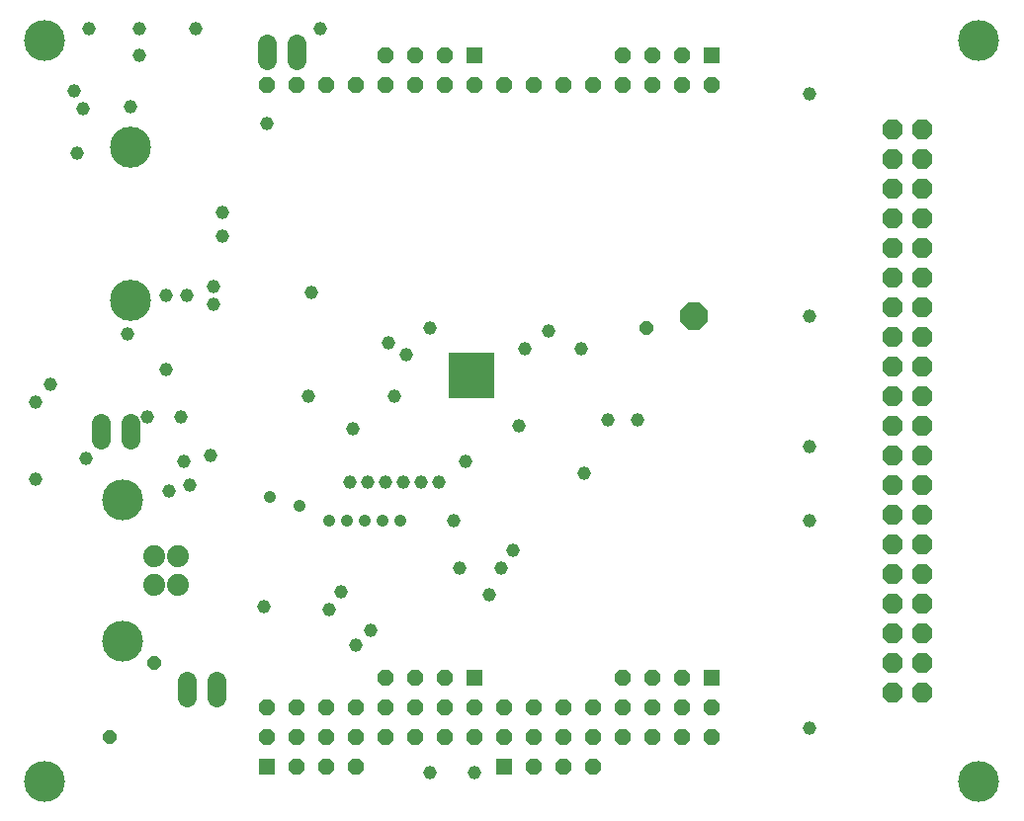
<source format=gbs>
G75*
%MOIN*%
%OFA0B0*%
%FSLAX24Y24*%
%IPPOS*%
%LPD*%
%AMOC8*
5,1,8,0,0,1.08239X$1,22.5*
%
%ADD10C,0.1380*%
%ADD11C,0.0620*%
%ADD12OC8,0.0552*%
%ADD13R,0.0552X0.0552*%
%ADD14R,0.1575X0.1575*%
%ADD15OC8,0.0671*%
%ADD16C,0.0740*%
%ADD17OC8,0.0930*%
%ADD18C,0.1386*%
%ADD19C,0.0456*%
%ADD20OC8,0.0456*%
%ADD21C,0.0417*%
D10*
X004500Y001650D03*
X007130Y006380D03*
X007130Y011120D03*
X004500Y026650D03*
X036000Y026650D03*
X036000Y001650D03*
D11*
X010300Y004480D02*
X010300Y005020D01*
X009300Y005020D02*
X009300Y004480D01*
X007400Y013180D02*
X007400Y013720D01*
X006400Y013720D02*
X006400Y013180D01*
X012000Y025980D02*
X012000Y026520D01*
X013000Y026520D02*
X013000Y025980D01*
D12*
X013000Y025150D03*
X014000Y025150D03*
X015000Y025150D03*
X016000Y025150D03*
X017000Y025150D03*
X018000Y025150D03*
X019000Y025150D03*
X020000Y025150D03*
X021000Y025150D03*
X022000Y025150D03*
X023000Y025150D03*
X024000Y025150D03*
X025000Y025150D03*
X026000Y025150D03*
X027000Y025150D03*
X026000Y026150D03*
X025000Y026150D03*
X024000Y026150D03*
X018000Y026150D03*
X017000Y026150D03*
X016000Y026150D03*
X012000Y025150D03*
X016000Y005150D03*
X017000Y005150D03*
X018000Y005150D03*
X018000Y004150D03*
X017000Y004150D03*
X017000Y003150D03*
X018000Y003150D03*
X019000Y003150D03*
X020000Y003150D03*
X021000Y003150D03*
X022000Y003150D03*
X023000Y003150D03*
X024000Y003150D03*
X025000Y003150D03*
X026000Y003150D03*
X027000Y003150D03*
X027000Y004150D03*
X026000Y004150D03*
X025000Y004150D03*
X024000Y004150D03*
X023000Y004150D03*
X022000Y004150D03*
X021000Y004150D03*
X020000Y004150D03*
X019000Y004150D03*
X021000Y002150D03*
X022000Y002150D03*
X023000Y002150D03*
X024000Y005150D03*
X025000Y005150D03*
X026000Y005150D03*
X016000Y004150D03*
X016000Y003150D03*
X015000Y003150D03*
X014000Y003150D03*
X014000Y004150D03*
X015000Y004150D03*
X013000Y004150D03*
X013000Y003150D03*
X012000Y003150D03*
X012000Y004150D03*
X013000Y002150D03*
X014000Y002150D03*
X015000Y002150D03*
D13*
X012000Y002150D03*
X019000Y005150D03*
X020000Y002150D03*
X027000Y005150D03*
X027000Y026150D03*
X019000Y026150D03*
D14*
X018900Y015350D03*
D15*
X033100Y015650D03*
X034100Y015650D03*
X034100Y016650D03*
X033100Y016650D03*
X033100Y017650D03*
X034100Y017650D03*
X034100Y018650D03*
X033100Y018650D03*
X033100Y019650D03*
X034100Y019650D03*
X034100Y020650D03*
X033100Y020650D03*
X033100Y021650D03*
X034100Y021650D03*
X034100Y022650D03*
X034100Y023650D03*
X033100Y023650D03*
X033100Y022650D03*
X033100Y014650D03*
X034100Y014650D03*
X034100Y013650D03*
X033100Y013650D03*
X033100Y012650D03*
X034100Y012650D03*
X034100Y011650D03*
X033100Y011650D03*
X033100Y010650D03*
X034100Y010650D03*
X034100Y009650D03*
X033100Y009650D03*
X033100Y008650D03*
X034100Y008650D03*
X034100Y007650D03*
X033100Y007650D03*
X033100Y006650D03*
X034100Y006650D03*
X034100Y005650D03*
X034100Y004650D03*
X033100Y004650D03*
X033100Y005650D03*
D16*
X008980Y008258D03*
X008200Y008258D03*
X008200Y009242D03*
X008980Y009242D03*
D17*
X026400Y017350D03*
D18*
X007400Y017863D03*
X007400Y023037D03*
D19*
X007400Y024400D03*
X005800Y024350D03*
X005500Y024950D03*
X007700Y026150D03*
X007700Y027050D03*
X006000Y027050D03*
X009600Y027050D03*
X012000Y023850D03*
X010500Y020850D03*
X010500Y020050D03*
X010200Y018350D03*
X010200Y017750D03*
X009300Y018050D03*
X008600Y018050D03*
X007300Y016750D03*
X008600Y015550D03*
X009100Y013950D03*
X007950Y013950D03*
X010100Y012650D03*
X009200Y012450D03*
X009400Y011650D03*
X008700Y011450D03*
X005900Y012550D03*
X004200Y011850D03*
X004200Y014450D03*
X004700Y015050D03*
X013400Y014650D03*
X014900Y013550D03*
X016300Y014650D03*
X016700Y016050D03*
X016100Y016450D03*
X017500Y016950D03*
X020700Y016250D03*
X021500Y016850D03*
X022600Y016250D03*
X023500Y013850D03*
X024500Y013850D03*
X022700Y012050D03*
X020500Y013650D03*
X018700Y012450D03*
X017800Y011750D03*
X017200Y011750D03*
X016600Y011750D03*
X016000Y011750D03*
X015400Y011750D03*
X014800Y011750D03*
X018300Y010450D03*
X018500Y008850D03*
X019500Y007950D03*
X019900Y008850D03*
X020300Y009450D03*
X015500Y006750D03*
X015000Y006250D03*
X014100Y007450D03*
X014500Y008050D03*
X011900Y007550D03*
X017500Y001950D03*
X019000Y001950D03*
X030300Y003450D03*
X030300Y010450D03*
X030300Y012950D03*
X030300Y017350D03*
X030300Y024850D03*
X013800Y027050D03*
X005600Y022850D03*
X013500Y018150D03*
D20*
X024800Y016950D03*
X008200Y005650D03*
X006700Y003150D03*
D21*
X014100Y010450D03*
X014700Y010450D03*
X015300Y010450D03*
X015900Y010450D03*
X016500Y010450D03*
X013100Y010950D03*
X012100Y011250D03*
M02*

</source>
